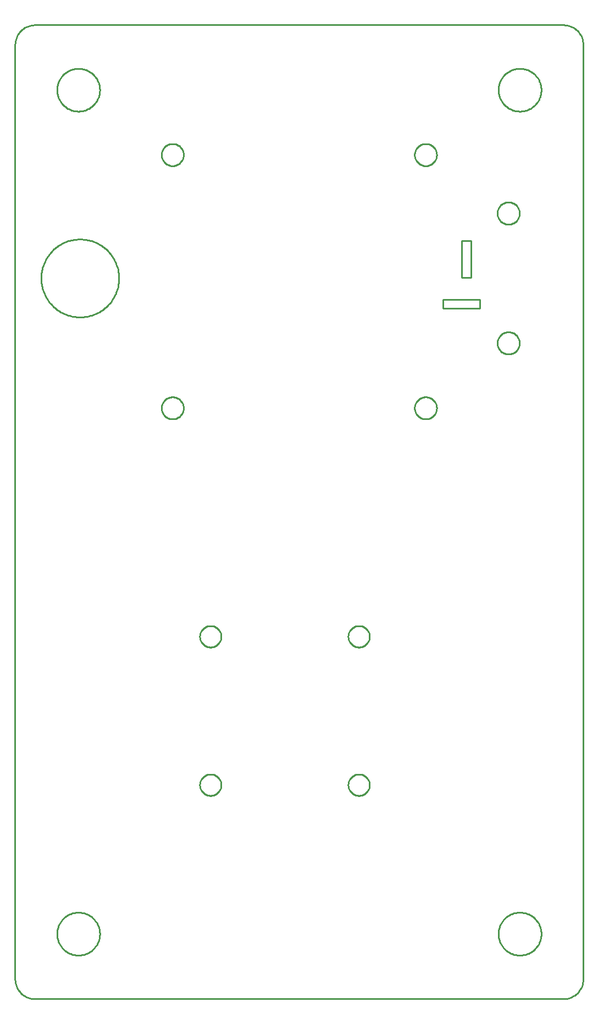
<source format=gbr>
G04 EAGLE Gerber RS-274X export*
G75*
%MOMM*%
%FSLAX34Y34*%
%LPD*%
%IN*%
%IPPOS*%
%AMOC8*
5,1,8,0,0,1.08239X$1,22.5*%
G01*
%ADD10C,0.254000*%


D10*
X0Y30000D02*
X114Y27385D01*
X456Y24791D01*
X1022Y22235D01*
X1809Y19739D01*
X2811Y17321D01*
X4019Y15000D01*
X5425Y12793D01*
X7019Y10716D01*
X8787Y8787D01*
X10716Y7019D01*
X12793Y5425D01*
X15000Y4019D01*
X17321Y2811D01*
X19739Y1809D01*
X22235Y1022D01*
X24791Y456D01*
X27385Y114D01*
X30000Y0D01*
X845000Y0D01*
X847615Y114D01*
X850209Y456D01*
X852765Y1022D01*
X855261Y1809D01*
X857679Y2811D01*
X860000Y4019D01*
X862207Y5425D01*
X864284Y7019D01*
X866213Y8787D01*
X867981Y10716D01*
X869575Y12793D01*
X870981Y15000D01*
X872189Y17321D01*
X873191Y19739D01*
X873978Y22235D01*
X874544Y24791D01*
X874886Y27385D01*
X875000Y30000D01*
X875000Y1470000D01*
X874886Y1472615D01*
X874544Y1475209D01*
X873978Y1477765D01*
X873191Y1480261D01*
X872189Y1482679D01*
X870981Y1485000D01*
X869575Y1487207D01*
X867981Y1489284D01*
X866213Y1491213D01*
X864284Y1492981D01*
X862207Y1494575D01*
X860000Y1495981D01*
X857679Y1497189D01*
X855261Y1498191D01*
X852765Y1498978D01*
X850209Y1499544D01*
X847615Y1499886D01*
X845000Y1500000D01*
X30000Y1500000D01*
X27385Y1499886D01*
X24791Y1499544D01*
X22235Y1498978D01*
X19739Y1498191D01*
X17321Y1497189D01*
X15000Y1495981D01*
X12793Y1494575D01*
X10716Y1492981D01*
X8787Y1491213D01*
X7019Y1489284D01*
X5425Y1487207D01*
X4019Y1485000D01*
X2811Y1482679D01*
X1809Y1480261D01*
X1022Y1477765D01*
X456Y1475209D01*
X114Y1472615D01*
X0Y1470000D01*
X0Y30000D01*
X659324Y1063142D02*
X716220Y1063142D01*
X716220Y1076858D01*
X659324Y1076858D01*
X659324Y1063142D01*
X688280Y1110640D02*
X701996Y1110640D01*
X701996Y1167536D01*
X688280Y1167536D01*
X688280Y1110640D01*
X130500Y1399190D02*
X130421Y1397572D01*
X130262Y1395959D01*
X130024Y1394357D01*
X129708Y1392767D01*
X129314Y1391196D01*
X128844Y1389645D01*
X128298Y1388120D01*
X127678Y1386623D01*
X126985Y1385158D01*
X126222Y1383729D01*
X125389Y1382340D01*
X124488Y1380993D01*
X123523Y1379691D01*
X122495Y1378439D01*
X121407Y1377238D01*
X120262Y1376093D01*
X119061Y1375005D01*
X117809Y1373977D01*
X116507Y1373012D01*
X115160Y1372111D01*
X113771Y1371278D01*
X112342Y1370515D01*
X110877Y1369822D01*
X109380Y1369202D01*
X107855Y1368656D01*
X106304Y1368186D01*
X104733Y1367792D01*
X103143Y1367476D01*
X101541Y1367238D01*
X99928Y1367080D01*
X98310Y1367000D01*
X96690Y1367000D01*
X95072Y1367080D01*
X93459Y1367238D01*
X91857Y1367476D01*
X90267Y1367792D01*
X88696Y1368186D01*
X87145Y1368656D01*
X85620Y1369202D01*
X84123Y1369822D01*
X82658Y1370515D01*
X81229Y1371278D01*
X79840Y1372111D01*
X78493Y1373012D01*
X77191Y1373977D01*
X75939Y1375005D01*
X74738Y1376093D01*
X73593Y1377238D01*
X72505Y1378439D01*
X71477Y1379691D01*
X70512Y1380993D01*
X69611Y1382340D01*
X68778Y1383729D01*
X68015Y1385158D01*
X67322Y1386623D01*
X66702Y1388120D01*
X66156Y1389645D01*
X65686Y1391196D01*
X65292Y1392767D01*
X64976Y1394357D01*
X64738Y1395959D01*
X64580Y1397572D01*
X64500Y1399190D01*
X64500Y1400810D01*
X64580Y1402428D01*
X64738Y1404041D01*
X64976Y1405643D01*
X65292Y1407233D01*
X65686Y1408804D01*
X66156Y1410355D01*
X66702Y1411880D01*
X67322Y1413377D01*
X68015Y1414842D01*
X68778Y1416271D01*
X69611Y1417660D01*
X70512Y1419007D01*
X71477Y1420309D01*
X72505Y1421561D01*
X73593Y1422762D01*
X74738Y1423907D01*
X75939Y1424995D01*
X77191Y1426023D01*
X78493Y1426988D01*
X79840Y1427889D01*
X81229Y1428722D01*
X82658Y1429485D01*
X84123Y1430178D01*
X85620Y1430798D01*
X87145Y1431344D01*
X88696Y1431814D01*
X90267Y1432208D01*
X91857Y1432524D01*
X93459Y1432762D01*
X95072Y1432921D01*
X96690Y1433000D01*
X98310Y1433000D01*
X99928Y1432921D01*
X101541Y1432762D01*
X103143Y1432524D01*
X104733Y1432208D01*
X106304Y1431814D01*
X107855Y1431344D01*
X109380Y1430798D01*
X110877Y1430178D01*
X112342Y1429485D01*
X113771Y1428722D01*
X115160Y1427889D01*
X116507Y1426988D01*
X117809Y1426023D01*
X119061Y1424995D01*
X120262Y1423907D01*
X121407Y1422762D01*
X122495Y1421561D01*
X123523Y1420309D01*
X124488Y1419007D01*
X125389Y1417660D01*
X126222Y1416271D01*
X126985Y1414842D01*
X127678Y1413377D01*
X128298Y1411880D01*
X128844Y1410355D01*
X129314Y1408804D01*
X129708Y1407233D01*
X130024Y1405643D01*
X130262Y1404041D01*
X130421Y1402428D01*
X130500Y1400810D01*
X130500Y1399190D01*
X130500Y99190D02*
X130421Y97572D01*
X130262Y95959D01*
X130024Y94357D01*
X129708Y92767D01*
X129314Y91196D01*
X128844Y89645D01*
X128298Y88120D01*
X127678Y86623D01*
X126985Y85158D01*
X126222Y83729D01*
X125389Y82340D01*
X124488Y80993D01*
X123523Y79691D01*
X122495Y78439D01*
X121407Y77238D01*
X120262Y76093D01*
X119061Y75005D01*
X117809Y73977D01*
X116507Y73012D01*
X115160Y72111D01*
X113771Y71278D01*
X112342Y70515D01*
X110877Y69822D01*
X109380Y69202D01*
X107855Y68656D01*
X106304Y68186D01*
X104733Y67792D01*
X103143Y67476D01*
X101541Y67238D01*
X99928Y67080D01*
X98310Y67000D01*
X96690Y67000D01*
X95072Y67080D01*
X93459Y67238D01*
X91857Y67476D01*
X90267Y67792D01*
X88696Y68186D01*
X87145Y68656D01*
X85620Y69202D01*
X84123Y69822D01*
X82658Y70515D01*
X81229Y71278D01*
X79840Y72111D01*
X78493Y73012D01*
X77191Y73977D01*
X75939Y75005D01*
X74738Y76093D01*
X73593Y77238D01*
X72505Y78439D01*
X71477Y79691D01*
X70512Y80993D01*
X69611Y82340D01*
X68778Y83729D01*
X68015Y85158D01*
X67322Y86623D01*
X66702Y88120D01*
X66156Y89645D01*
X65686Y91196D01*
X65292Y92767D01*
X64976Y94357D01*
X64738Y95959D01*
X64580Y97572D01*
X64500Y99190D01*
X64500Y100810D01*
X64580Y102428D01*
X64738Y104041D01*
X64976Y105643D01*
X65292Y107233D01*
X65686Y108804D01*
X66156Y110355D01*
X66702Y111880D01*
X67322Y113377D01*
X68015Y114842D01*
X68778Y116271D01*
X69611Y117660D01*
X70512Y119007D01*
X71477Y120309D01*
X72505Y121561D01*
X73593Y122762D01*
X74738Y123907D01*
X75939Y124995D01*
X77191Y126023D01*
X78493Y126988D01*
X79840Y127889D01*
X81229Y128722D01*
X82658Y129485D01*
X84123Y130178D01*
X85620Y130798D01*
X87145Y131344D01*
X88696Y131814D01*
X90267Y132208D01*
X91857Y132524D01*
X93459Y132762D01*
X95072Y132921D01*
X96690Y133000D01*
X98310Y133000D01*
X99928Y132921D01*
X101541Y132762D01*
X103143Y132524D01*
X104733Y132208D01*
X106304Y131814D01*
X107855Y131344D01*
X109380Y130798D01*
X110877Y130178D01*
X112342Y129485D01*
X113771Y128722D01*
X115160Y127889D01*
X116507Y126988D01*
X117809Y126023D01*
X119061Y124995D01*
X120262Y123907D01*
X121407Y122762D01*
X122495Y121561D01*
X123523Y120309D01*
X124488Y119007D01*
X125389Y117660D01*
X126222Y116271D01*
X126985Y114842D01*
X127678Y113377D01*
X128298Y111880D01*
X128844Y110355D01*
X129314Y108804D01*
X129708Y107233D01*
X130024Y105643D01*
X130262Y104041D01*
X130421Y102428D01*
X130500Y100810D01*
X130500Y99190D01*
X810500Y99190D02*
X810421Y97572D01*
X810262Y95959D01*
X810024Y94357D01*
X809708Y92767D01*
X809314Y91196D01*
X808844Y89645D01*
X808298Y88120D01*
X807678Y86623D01*
X806985Y85158D01*
X806222Y83729D01*
X805389Y82340D01*
X804488Y80993D01*
X803523Y79691D01*
X802495Y78439D01*
X801407Y77238D01*
X800262Y76093D01*
X799061Y75005D01*
X797809Y73977D01*
X796507Y73012D01*
X795160Y72111D01*
X793771Y71278D01*
X792342Y70515D01*
X790877Y69822D01*
X789380Y69202D01*
X787855Y68656D01*
X786304Y68186D01*
X784733Y67792D01*
X783143Y67476D01*
X781541Y67238D01*
X779928Y67080D01*
X778310Y67000D01*
X776690Y67000D01*
X775072Y67080D01*
X773459Y67238D01*
X771857Y67476D01*
X770267Y67792D01*
X768696Y68186D01*
X767145Y68656D01*
X765620Y69202D01*
X764123Y69822D01*
X762658Y70515D01*
X761229Y71278D01*
X759840Y72111D01*
X758493Y73012D01*
X757191Y73977D01*
X755939Y75005D01*
X754738Y76093D01*
X753593Y77238D01*
X752505Y78439D01*
X751477Y79691D01*
X750512Y80993D01*
X749611Y82340D01*
X748778Y83729D01*
X748015Y85158D01*
X747322Y86623D01*
X746702Y88120D01*
X746156Y89645D01*
X745686Y91196D01*
X745292Y92767D01*
X744976Y94357D01*
X744738Y95959D01*
X744580Y97572D01*
X744500Y99190D01*
X744500Y100810D01*
X744580Y102428D01*
X744738Y104041D01*
X744976Y105643D01*
X745292Y107233D01*
X745686Y108804D01*
X746156Y110355D01*
X746702Y111880D01*
X747322Y113377D01*
X748015Y114842D01*
X748778Y116271D01*
X749611Y117660D01*
X750512Y119007D01*
X751477Y120309D01*
X752505Y121561D01*
X753593Y122762D01*
X754738Y123907D01*
X755939Y124995D01*
X757191Y126023D01*
X758493Y126988D01*
X759840Y127889D01*
X761229Y128722D01*
X762658Y129485D01*
X764123Y130178D01*
X765620Y130798D01*
X767145Y131344D01*
X768696Y131814D01*
X770267Y132208D01*
X771857Y132524D01*
X773459Y132762D01*
X775072Y132921D01*
X776690Y133000D01*
X778310Y133000D01*
X779928Y132921D01*
X781541Y132762D01*
X783143Y132524D01*
X784733Y132208D01*
X786304Y131814D01*
X787855Y131344D01*
X789380Y130798D01*
X790877Y130178D01*
X792342Y129485D01*
X793771Y128722D01*
X795160Y127889D01*
X796507Y126988D01*
X797809Y126023D01*
X799061Y124995D01*
X800262Y123907D01*
X801407Y122762D01*
X802495Y121561D01*
X803523Y120309D01*
X804488Y119007D01*
X805389Y117660D01*
X806222Y116271D01*
X806985Y114842D01*
X807678Y113377D01*
X808298Y111880D01*
X808844Y110355D01*
X809314Y108804D01*
X809708Y107233D01*
X810024Y105643D01*
X810262Y104041D01*
X810421Y102428D01*
X810500Y100810D01*
X810500Y99190D01*
X810500Y1399190D02*
X810421Y1397572D01*
X810262Y1395959D01*
X810024Y1394357D01*
X809708Y1392767D01*
X809314Y1391196D01*
X808844Y1389645D01*
X808298Y1388120D01*
X807678Y1386623D01*
X806985Y1385158D01*
X806222Y1383729D01*
X805389Y1382340D01*
X804488Y1380993D01*
X803523Y1379691D01*
X802495Y1378439D01*
X801407Y1377238D01*
X800262Y1376093D01*
X799061Y1375005D01*
X797809Y1373977D01*
X796507Y1373012D01*
X795160Y1372111D01*
X793771Y1371278D01*
X792342Y1370515D01*
X790877Y1369822D01*
X789380Y1369202D01*
X787855Y1368656D01*
X786304Y1368186D01*
X784733Y1367792D01*
X783143Y1367476D01*
X781541Y1367238D01*
X779928Y1367080D01*
X778310Y1367000D01*
X776690Y1367000D01*
X775072Y1367080D01*
X773459Y1367238D01*
X771857Y1367476D01*
X770267Y1367792D01*
X768696Y1368186D01*
X767145Y1368656D01*
X765620Y1369202D01*
X764123Y1369822D01*
X762658Y1370515D01*
X761229Y1371278D01*
X759840Y1372111D01*
X758493Y1373012D01*
X757191Y1373977D01*
X755939Y1375005D01*
X754738Y1376093D01*
X753593Y1377238D01*
X752505Y1378439D01*
X751477Y1379691D01*
X750512Y1380993D01*
X749611Y1382340D01*
X748778Y1383729D01*
X748015Y1385158D01*
X747322Y1386623D01*
X746702Y1388120D01*
X746156Y1389645D01*
X745686Y1391196D01*
X745292Y1392767D01*
X744976Y1394357D01*
X744738Y1395959D01*
X744580Y1397572D01*
X744500Y1399190D01*
X744500Y1400810D01*
X744580Y1402428D01*
X744738Y1404041D01*
X744976Y1405643D01*
X745292Y1407233D01*
X745686Y1408804D01*
X746156Y1410355D01*
X746702Y1411880D01*
X747322Y1413377D01*
X748015Y1414842D01*
X748778Y1416271D01*
X749611Y1417660D01*
X750512Y1419007D01*
X751477Y1420309D01*
X752505Y1421561D01*
X753593Y1422762D01*
X754738Y1423907D01*
X755939Y1424995D01*
X757191Y1426023D01*
X758493Y1426988D01*
X759840Y1427889D01*
X761229Y1428722D01*
X762658Y1429485D01*
X764123Y1430178D01*
X765620Y1430798D01*
X767145Y1431344D01*
X768696Y1431814D01*
X770267Y1432208D01*
X771857Y1432524D01*
X773459Y1432762D01*
X775072Y1432921D01*
X776690Y1433000D01*
X778310Y1433000D01*
X779928Y1432921D01*
X781541Y1432762D01*
X783143Y1432524D01*
X784733Y1432208D01*
X786304Y1431814D01*
X787855Y1431344D01*
X789380Y1430798D01*
X790877Y1430178D01*
X792342Y1429485D01*
X793771Y1428722D01*
X795160Y1427889D01*
X796507Y1426988D01*
X797809Y1426023D01*
X799061Y1424995D01*
X800262Y1423907D01*
X801407Y1422762D01*
X802495Y1421561D01*
X803523Y1420309D01*
X804488Y1419007D01*
X805389Y1417660D01*
X806222Y1416271D01*
X806985Y1414842D01*
X807678Y1413377D01*
X808298Y1411880D01*
X808844Y1410355D01*
X809314Y1408804D01*
X809708Y1407233D01*
X810024Y1405643D01*
X810262Y1404041D01*
X810421Y1402428D01*
X810500Y1400810D01*
X810500Y1399190D01*
X160000Y1108929D02*
X159924Y1106788D01*
X159771Y1104651D01*
X159542Y1102521D01*
X159237Y1100401D01*
X158857Y1098293D01*
X158401Y1096199D01*
X157871Y1094124D01*
X157268Y1092068D01*
X156591Y1090036D01*
X155843Y1088029D01*
X155023Y1086049D01*
X154133Y1084101D01*
X153174Y1082185D01*
X152147Y1080305D01*
X151054Y1078463D01*
X149896Y1076660D01*
X148674Y1074901D01*
X147391Y1073186D01*
X146046Y1071518D01*
X144644Y1069899D01*
X143184Y1068331D01*
X141669Y1066816D01*
X140101Y1065356D01*
X138482Y1063954D01*
X136814Y1062609D01*
X135099Y1061326D01*
X133340Y1060104D01*
X131537Y1058946D01*
X129695Y1057853D01*
X127815Y1056826D01*
X125899Y1055867D01*
X123951Y1054977D01*
X121971Y1054157D01*
X119964Y1053409D01*
X117932Y1052732D01*
X115876Y1052129D01*
X113801Y1051599D01*
X111707Y1051144D01*
X109599Y1050763D01*
X107479Y1050458D01*
X105349Y1050229D01*
X103212Y1050076D01*
X101071Y1050000D01*
X98929Y1050000D01*
X96788Y1050076D01*
X94651Y1050229D01*
X92521Y1050458D01*
X90401Y1050763D01*
X88293Y1051144D01*
X86199Y1051599D01*
X84124Y1052129D01*
X82068Y1052732D01*
X80036Y1053409D01*
X78029Y1054157D01*
X76049Y1054977D01*
X74101Y1055867D01*
X72185Y1056826D01*
X70305Y1057853D01*
X68463Y1058946D01*
X66660Y1060104D01*
X64901Y1061326D01*
X63186Y1062609D01*
X61518Y1063954D01*
X59899Y1065356D01*
X58331Y1066816D01*
X56816Y1068331D01*
X55356Y1069899D01*
X53954Y1071518D01*
X52609Y1073186D01*
X51326Y1074901D01*
X50104Y1076660D01*
X48946Y1078463D01*
X47853Y1080305D01*
X46826Y1082185D01*
X45867Y1084101D01*
X44977Y1086049D01*
X44157Y1088029D01*
X43409Y1090036D01*
X42732Y1092068D01*
X42129Y1094124D01*
X41599Y1096199D01*
X41144Y1098293D01*
X40763Y1100401D01*
X40458Y1102521D01*
X40229Y1104651D01*
X40076Y1106788D01*
X40000Y1108929D01*
X40000Y1111071D01*
X40076Y1113212D01*
X40229Y1115349D01*
X40458Y1117479D01*
X40763Y1119599D01*
X41144Y1121707D01*
X41599Y1123801D01*
X42129Y1125876D01*
X42732Y1127932D01*
X43409Y1129964D01*
X44157Y1131971D01*
X44977Y1133951D01*
X45867Y1135899D01*
X46826Y1137815D01*
X47853Y1139695D01*
X48946Y1141537D01*
X50104Y1143340D01*
X51326Y1145099D01*
X52609Y1146814D01*
X53954Y1148482D01*
X55356Y1150101D01*
X56816Y1151669D01*
X58331Y1153184D01*
X59899Y1154644D01*
X61518Y1156046D01*
X63186Y1157391D01*
X64901Y1158674D01*
X66660Y1159896D01*
X68463Y1161054D01*
X70305Y1162147D01*
X72185Y1163174D01*
X74101Y1164133D01*
X76049Y1165023D01*
X78029Y1165843D01*
X80036Y1166591D01*
X82068Y1167268D01*
X84124Y1167871D01*
X86199Y1168401D01*
X88293Y1168857D01*
X90401Y1169237D01*
X92521Y1169542D01*
X94651Y1169771D01*
X96788Y1169924D01*
X98929Y1170000D01*
X101071Y1170000D01*
X103212Y1169924D01*
X105349Y1169771D01*
X107479Y1169542D01*
X109599Y1169237D01*
X111707Y1168857D01*
X113801Y1168401D01*
X115876Y1167871D01*
X117932Y1167268D01*
X119964Y1166591D01*
X121971Y1165843D01*
X123951Y1165023D01*
X125899Y1164133D01*
X127815Y1163174D01*
X129695Y1162147D01*
X131537Y1161054D01*
X133340Y1159896D01*
X135099Y1158674D01*
X136814Y1157391D01*
X138482Y1156046D01*
X140101Y1154644D01*
X141669Y1153184D01*
X143184Y1151669D01*
X144644Y1150101D01*
X146046Y1148482D01*
X147391Y1146814D01*
X148674Y1145099D01*
X149896Y1143340D01*
X151054Y1141537D01*
X152147Y1139695D01*
X153174Y1137815D01*
X154133Y1135899D01*
X155023Y1133951D01*
X155843Y1131971D01*
X156591Y1129964D01*
X157268Y1127932D01*
X157871Y1125876D01*
X158401Y1123801D01*
X158857Y1121707D01*
X159237Y1119599D01*
X159542Y1117479D01*
X159771Y1115349D01*
X159924Y1113212D01*
X160000Y1111071D01*
X160000Y1108929D01*
X259500Y1299443D02*
X259427Y1298333D01*
X259282Y1297229D01*
X259065Y1296138D01*
X258777Y1295063D01*
X258419Y1294009D01*
X257993Y1292980D01*
X257501Y1291982D01*
X256944Y1291018D01*
X256326Y1290093D01*
X255648Y1289210D01*
X254914Y1288373D01*
X254127Y1287586D01*
X253290Y1286852D01*
X252407Y1286174D01*
X251482Y1285556D01*
X250518Y1284999D01*
X249520Y1284507D01*
X248491Y1284081D01*
X247437Y1283723D01*
X246362Y1283435D01*
X245271Y1283218D01*
X244167Y1283073D01*
X243057Y1283000D01*
X241943Y1283000D01*
X240833Y1283073D01*
X239729Y1283218D01*
X238638Y1283435D01*
X237563Y1283723D01*
X236509Y1284081D01*
X235480Y1284507D01*
X234482Y1284999D01*
X233518Y1285556D01*
X232593Y1286174D01*
X231710Y1286852D01*
X230873Y1287586D01*
X230086Y1288373D01*
X229352Y1289210D01*
X228674Y1290093D01*
X228056Y1291018D01*
X227499Y1291982D01*
X227007Y1292980D01*
X226581Y1294009D01*
X226223Y1295063D01*
X225935Y1296138D01*
X225718Y1297229D01*
X225573Y1298333D01*
X225500Y1299443D01*
X225500Y1300557D01*
X225573Y1301667D01*
X225718Y1302771D01*
X225935Y1303862D01*
X226223Y1304937D01*
X226581Y1305991D01*
X227007Y1307020D01*
X227499Y1308018D01*
X228056Y1308982D01*
X228674Y1309907D01*
X229352Y1310790D01*
X230086Y1311627D01*
X230873Y1312414D01*
X231710Y1313148D01*
X232593Y1313826D01*
X233518Y1314444D01*
X234482Y1315001D01*
X235480Y1315493D01*
X236509Y1315919D01*
X237563Y1316277D01*
X238638Y1316565D01*
X239729Y1316782D01*
X240833Y1316927D01*
X241943Y1317000D01*
X243057Y1317000D01*
X244167Y1316927D01*
X245271Y1316782D01*
X246362Y1316565D01*
X247437Y1316277D01*
X248491Y1315919D01*
X249520Y1315493D01*
X250518Y1315001D01*
X251482Y1314444D01*
X252407Y1313826D01*
X253290Y1313148D01*
X254127Y1312414D01*
X254914Y1311627D01*
X255648Y1310790D01*
X256326Y1309907D01*
X256944Y1308982D01*
X257501Y1308018D01*
X257993Y1307020D01*
X258419Y1305991D01*
X258777Y1304937D01*
X259065Y1303862D01*
X259282Y1302771D01*
X259427Y1301667D01*
X259500Y1300557D01*
X259500Y1299443D01*
X649500Y1299443D02*
X649427Y1298333D01*
X649282Y1297229D01*
X649065Y1296138D01*
X648777Y1295063D01*
X648419Y1294009D01*
X647993Y1292980D01*
X647501Y1291982D01*
X646944Y1291018D01*
X646326Y1290093D01*
X645648Y1289210D01*
X644914Y1288373D01*
X644127Y1287586D01*
X643290Y1286852D01*
X642407Y1286174D01*
X641482Y1285556D01*
X640518Y1284999D01*
X639520Y1284507D01*
X638491Y1284081D01*
X637437Y1283723D01*
X636362Y1283435D01*
X635271Y1283218D01*
X634167Y1283073D01*
X633057Y1283000D01*
X631943Y1283000D01*
X630833Y1283073D01*
X629729Y1283218D01*
X628638Y1283435D01*
X627563Y1283723D01*
X626509Y1284081D01*
X625480Y1284507D01*
X624482Y1284999D01*
X623518Y1285556D01*
X622593Y1286174D01*
X621710Y1286852D01*
X620873Y1287586D01*
X620086Y1288373D01*
X619352Y1289210D01*
X618674Y1290093D01*
X618056Y1291018D01*
X617499Y1291982D01*
X617007Y1292980D01*
X616581Y1294009D01*
X616223Y1295063D01*
X615935Y1296138D01*
X615718Y1297229D01*
X615573Y1298333D01*
X615500Y1299443D01*
X615500Y1300557D01*
X615573Y1301667D01*
X615718Y1302771D01*
X615935Y1303862D01*
X616223Y1304937D01*
X616581Y1305991D01*
X617007Y1307020D01*
X617499Y1308018D01*
X618056Y1308982D01*
X618674Y1309907D01*
X619352Y1310790D01*
X620086Y1311627D01*
X620873Y1312414D01*
X621710Y1313148D01*
X622593Y1313826D01*
X623518Y1314444D01*
X624482Y1315001D01*
X625480Y1315493D01*
X626509Y1315919D01*
X627563Y1316277D01*
X628638Y1316565D01*
X629729Y1316782D01*
X630833Y1316927D01*
X631943Y1317000D01*
X633057Y1317000D01*
X634167Y1316927D01*
X635271Y1316782D01*
X636362Y1316565D01*
X637437Y1316277D01*
X638491Y1315919D01*
X639520Y1315493D01*
X640518Y1315001D01*
X641482Y1314444D01*
X642407Y1313826D01*
X643290Y1313148D01*
X644127Y1312414D01*
X644914Y1311627D01*
X645648Y1310790D01*
X646326Y1309907D01*
X646944Y1308982D01*
X647501Y1308018D01*
X647993Y1307020D01*
X648419Y1305991D01*
X648777Y1304937D01*
X649065Y1303862D01*
X649282Y1302771D01*
X649427Y1301667D01*
X649500Y1300557D01*
X649500Y1299443D01*
X259500Y909443D02*
X259427Y908333D01*
X259282Y907229D01*
X259065Y906138D01*
X258777Y905063D01*
X258419Y904009D01*
X257993Y902980D01*
X257501Y901982D01*
X256944Y901018D01*
X256326Y900093D01*
X255648Y899210D01*
X254914Y898373D01*
X254127Y897586D01*
X253290Y896852D01*
X252407Y896174D01*
X251482Y895556D01*
X250518Y894999D01*
X249520Y894507D01*
X248491Y894081D01*
X247437Y893723D01*
X246362Y893435D01*
X245271Y893218D01*
X244167Y893073D01*
X243057Y893000D01*
X241943Y893000D01*
X240833Y893073D01*
X239729Y893218D01*
X238638Y893435D01*
X237563Y893723D01*
X236509Y894081D01*
X235480Y894507D01*
X234482Y894999D01*
X233518Y895556D01*
X232593Y896174D01*
X231710Y896852D01*
X230873Y897586D01*
X230086Y898373D01*
X229352Y899210D01*
X228674Y900093D01*
X228056Y901018D01*
X227499Y901982D01*
X227007Y902980D01*
X226581Y904009D01*
X226223Y905063D01*
X225935Y906138D01*
X225718Y907229D01*
X225573Y908333D01*
X225500Y909443D01*
X225500Y910557D01*
X225573Y911667D01*
X225718Y912771D01*
X225935Y913862D01*
X226223Y914937D01*
X226581Y915991D01*
X227007Y917020D01*
X227499Y918018D01*
X228056Y918982D01*
X228674Y919907D01*
X229352Y920790D01*
X230086Y921627D01*
X230873Y922414D01*
X231710Y923148D01*
X232593Y923826D01*
X233518Y924444D01*
X234482Y925001D01*
X235480Y925493D01*
X236509Y925919D01*
X237563Y926277D01*
X238638Y926565D01*
X239729Y926782D01*
X240833Y926927D01*
X241943Y927000D01*
X243057Y927000D01*
X244167Y926927D01*
X245271Y926782D01*
X246362Y926565D01*
X247437Y926277D01*
X248491Y925919D01*
X249520Y925493D01*
X250518Y925001D01*
X251482Y924444D01*
X252407Y923826D01*
X253290Y923148D01*
X254127Y922414D01*
X254914Y921627D01*
X255648Y920790D01*
X256326Y919907D01*
X256944Y918982D01*
X257501Y918018D01*
X257993Y917020D01*
X258419Y915991D01*
X258777Y914937D01*
X259065Y913862D01*
X259282Y912771D01*
X259427Y911667D01*
X259500Y910557D01*
X259500Y909443D01*
X649500Y909443D02*
X649427Y908333D01*
X649282Y907229D01*
X649065Y906138D01*
X648777Y905063D01*
X648419Y904009D01*
X647993Y902980D01*
X647501Y901982D01*
X646944Y901018D01*
X646326Y900093D01*
X645648Y899210D01*
X644914Y898373D01*
X644127Y897586D01*
X643290Y896852D01*
X642407Y896174D01*
X641482Y895556D01*
X640518Y894999D01*
X639520Y894507D01*
X638491Y894081D01*
X637437Y893723D01*
X636362Y893435D01*
X635271Y893218D01*
X634167Y893073D01*
X633057Y893000D01*
X631943Y893000D01*
X630833Y893073D01*
X629729Y893218D01*
X628638Y893435D01*
X627563Y893723D01*
X626509Y894081D01*
X625480Y894507D01*
X624482Y894999D01*
X623518Y895556D01*
X622593Y896174D01*
X621710Y896852D01*
X620873Y897586D01*
X620086Y898373D01*
X619352Y899210D01*
X618674Y900093D01*
X618056Y901018D01*
X617499Y901982D01*
X617007Y902980D01*
X616581Y904009D01*
X616223Y905063D01*
X615935Y906138D01*
X615718Y907229D01*
X615573Y908333D01*
X615500Y909443D01*
X615500Y910557D01*
X615573Y911667D01*
X615718Y912771D01*
X615935Y913862D01*
X616223Y914937D01*
X616581Y915991D01*
X617007Y917020D01*
X617499Y918018D01*
X618056Y918982D01*
X618674Y919907D01*
X619352Y920790D01*
X620086Y921627D01*
X620873Y922414D01*
X621710Y923148D01*
X622593Y923826D01*
X623518Y924444D01*
X624482Y925001D01*
X625480Y925493D01*
X626509Y925919D01*
X627563Y926277D01*
X628638Y926565D01*
X629729Y926782D01*
X630833Y926927D01*
X631943Y927000D01*
X633057Y927000D01*
X634167Y926927D01*
X635271Y926782D01*
X636362Y926565D01*
X637437Y926277D01*
X638491Y925919D01*
X639520Y925493D01*
X640518Y925001D01*
X641482Y924444D01*
X642407Y923826D01*
X643290Y923148D01*
X644127Y922414D01*
X644914Y921627D01*
X645648Y920790D01*
X646326Y919907D01*
X646944Y918982D01*
X647501Y918018D01*
X647993Y917020D01*
X648419Y915991D01*
X648777Y914937D01*
X649065Y913862D01*
X649282Y912771D01*
X649427Y911667D01*
X649500Y910557D01*
X649500Y909443D01*
X777000Y1009443D02*
X776927Y1008333D01*
X776782Y1007229D01*
X776565Y1006138D01*
X776277Y1005063D01*
X775919Y1004009D01*
X775493Y1002980D01*
X775001Y1001982D01*
X774444Y1001018D01*
X773826Y1000093D01*
X773148Y999210D01*
X772414Y998373D01*
X771627Y997586D01*
X770790Y996852D01*
X769907Y996174D01*
X768982Y995556D01*
X768018Y994999D01*
X767020Y994507D01*
X765991Y994081D01*
X764937Y993723D01*
X763862Y993435D01*
X762771Y993218D01*
X761667Y993073D01*
X760557Y993000D01*
X759443Y993000D01*
X758333Y993073D01*
X757229Y993218D01*
X756138Y993435D01*
X755063Y993723D01*
X754009Y994081D01*
X752980Y994507D01*
X751982Y994999D01*
X751018Y995556D01*
X750093Y996174D01*
X749210Y996852D01*
X748373Y997586D01*
X747586Y998373D01*
X746852Y999210D01*
X746174Y1000093D01*
X745556Y1001018D01*
X744999Y1001982D01*
X744507Y1002980D01*
X744081Y1004009D01*
X743723Y1005063D01*
X743435Y1006138D01*
X743218Y1007229D01*
X743073Y1008333D01*
X743000Y1009443D01*
X743000Y1010557D01*
X743073Y1011667D01*
X743218Y1012771D01*
X743435Y1013862D01*
X743723Y1014937D01*
X744081Y1015991D01*
X744507Y1017020D01*
X744999Y1018018D01*
X745556Y1018982D01*
X746174Y1019907D01*
X746852Y1020790D01*
X747586Y1021627D01*
X748373Y1022414D01*
X749210Y1023148D01*
X750093Y1023826D01*
X751018Y1024444D01*
X751982Y1025001D01*
X752980Y1025493D01*
X754009Y1025919D01*
X755063Y1026277D01*
X756138Y1026565D01*
X757229Y1026782D01*
X758333Y1026927D01*
X759443Y1027000D01*
X760557Y1027000D01*
X761667Y1026927D01*
X762771Y1026782D01*
X763862Y1026565D01*
X764937Y1026277D01*
X765991Y1025919D01*
X767020Y1025493D01*
X768018Y1025001D01*
X768982Y1024444D01*
X769907Y1023826D01*
X770790Y1023148D01*
X771627Y1022414D01*
X772414Y1021627D01*
X773148Y1020790D01*
X773826Y1019907D01*
X774444Y1018982D01*
X775001Y1018018D01*
X775493Y1017020D01*
X775919Y1015991D01*
X776277Y1014937D01*
X776565Y1013862D01*
X776782Y1012771D01*
X776927Y1011667D01*
X777000Y1010557D01*
X777000Y1009443D01*
X777000Y1209443D02*
X776927Y1208333D01*
X776782Y1207229D01*
X776565Y1206138D01*
X776277Y1205063D01*
X775919Y1204009D01*
X775493Y1202980D01*
X775001Y1201982D01*
X774444Y1201018D01*
X773826Y1200093D01*
X773148Y1199210D01*
X772414Y1198373D01*
X771627Y1197586D01*
X770790Y1196852D01*
X769907Y1196174D01*
X768982Y1195556D01*
X768018Y1194999D01*
X767020Y1194507D01*
X765991Y1194081D01*
X764937Y1193723D01*
X763862Y1193435D01*
X762771Y1193218D01*
X761667Y1193073D01*
X760557Y1193000D01*
X759443Y1193000D01*
X758333Y1193073D01*
X757229Y1193218D01*
X756138Y1193435D01*
X755063Y1193723D01*
X754009Y1194081D01*
X752980Y1194507D01*
X751982Y1194999D01*
X751018Y1195556D01*
X750093Y1196174D01*
X749210Y1196852D01*
X748373Y1197586D01*
X747586Y1198373D01*
X746852Y1199210D01*
X746174Y1200093D01*
X745556Y1201018D01*
X744999Y1201982D01*
X744507Y1202980D01*
X744081Y1204009D01*
X743723Y1205063D01*
X743435Y1206138D01*
X743218Y1207229D01*
X743073Y1208333D01*
X743000Y1209443D01*
X743000Y1210557D01*
X743073Y1211667D01*
X743218Y1212771D01*
X743435Y1213862D01*
X743723Y1214937D01*
X744081Y1215991D01*
X744507Y1217020D01*
X744999Y1218018D01*
X745556Y1218982D01*
X746174Y1219907D01*
X746852Y1220790D01*
X747586Y1221627D01*
X748373Y1222414D01*
X749210Y1223148D01*
X750093Y1223826D01*
X751018Y1224444D01*
X751982Y1225001D01*
X752980Y1225493D01*
X754009Y1225919D01*
X755063Y1226277D01*
X756138Y1226565D01*
X757229Y1226782D01*
X758333Y1226927D01*
X759443Y1227000D01*
X760557Y1227000D01*
X761667Y1226927D01*
X762771Y1226782D01*
X763862Y1226565D01*
X764937Y1226277D01*
X765991Y1225919D01*
X767020Y1225493D01*
X768018Y1225001D01*
X768982Y1224444D01*
X769907Y1223826D01*
X770790Y1223148D01*
X771627Y1222414D01*
X772414Y1221627D01*
X773148Y1220790D01*
X773826Y1219907D01*
X774444Y1218982D01*
X775001Y1218018D01*
X775493Y1217020D01*
X775919Y1215991D01*
X776277Y1214937D01*
X776565Y1213862D01*
X776782Y1212771D01*
X776927Y1211667D01*
X777000Y1210557D01*
X777000Y1209443D01*
X300460Y541490D02*
X299381Y541561D01*
X298309Y541702D01*
X297249Y541913D01*
X296205Y542192D01*
X295181Y542540D01*
X294183Y542954D01*
X293213Y543432D01*
X292277Y543972D01*
X291378Y544573D01*
X290521Y545231D01*
X289708Y545944D01*
X288944Y546708D01*
X288231Y547521D01*
X287573Y548378D01*
X286972Y549277D01*
X286432Y550213D01*
X285954Y551183D01*
X285540Y552181D01*
X285192Y553205D01*
X284913Y554249D01*
X284702Y555309D01*
X284561Y556381D01*
X284490Y557460D01*
X284490Y558540D01*
X284561Y559619D01*
X284702Y560691D01*
X284913Y561751D01*
X285192Y562795D01*
X285540Y563819D01*
X285954Y564817D01*
X286432Y565787D01*
X286972Y566723D01*
X287573Y567622D01*
X288231Y568479D01*
X288944Y569292D01*
X289708Y570057D01*
X290521Y570769D01*
X291378Y571427D01*
X292277Y572028D01*
X293213Y572568D01*
X294183Y573046D01*
X295181Y573460D01*
X296205Y573808D01*
X297249Y574087D01*
X298309Y574298D01*
X299381Y574439D01*
X300460Y574510D01*
X301540Y574510D01*
X302619Y574439D01*
X303691Y574298D01*
X304751Y574087D01*
X305795Y573808D01*
X306819Y573460D01*
X307817Y573046D01*
X308787Y572568D01*
X309723Y572028D01*
X310622Y571427D01*
X311479Y570769D01*
X312292Y570057D01*
X313057Y569292D01*
X313769Y568479D01*
X314427Y567622D01*
X315028Y566723D01*
X315568Y565787D01*
X316046Y564817D01*
X316460Y563819D01*
X316808Y562795D01*
X317087Y561751D01*
X317298Y560691D01*
X317439Y559619D01*
X317510Y558540D01*
X317510Y557460D01*
X317439Y556381D01*
X317298Y555309D01*
X317087Y554249D01*
X316808Y553205D01*
X316460Y552181D01*
X316046Y551183D01*
X315568Y550213D01*
X315028Y549277D01*
X314427Y548378D01*
X313769Y547521D01*
X313057Y546708D01*
X312292Y545944D01*
X311479Y545231D01*
X310622Y544573D01*
X309723Y543972D01*
X308787Y543432D01*
X307817Y542954D01*
X306819Y542540D01*
X305795Y542192D01*
X304751Y541913D01*
X303691Y541702D01*
X302619Y541561D01*
X301540Y541490D01*
X300460Y541490D01*
X300460Y312890D02*
X299381Y312961D01*
X298309Y313102D01*
X297249Y313313D01*
X296205Y313592D01*
X295181Y313940D01*
X294183Y314354D01*
X293213Y314832D01*
X292277Y315372D01*
X291378Y315973D01*
X290521Y316631D01*
X289708Y317344D01*
X288944Y318108D01*
X288231Y318921D01*
X287573Y319778D01*
X286972Y320677D01*
X286432Y321613D01*
X285954Y322583D01*
X285540Y323581D01*
X285192Y324605D01*
X284913Y325649D01*
X284702Y326709D01*
X284561Y327781D01*
X284490Y328860D01*
X284490Y329940D01*
X284561Y331019D01*
X284702Y332091D01*
X284913Y333151D01*
X285192Y334195D01*
X285540Y335219D01*
X285954Y336217D01*
X286432Y337187D01*
X286972Y338123D01*
X287573Y339022D01*
X288231Y339879D01*
X288944Y340692D01*
X289708Y341457D01*
X290521Y342169D01*
X291378Y342827D01*
X292277Y343428D01*
X293213Y343968D01*
X294183Y344446D01*
X295181Y344860D01*
X296205Y345208D01*
X297249Y345487D01*
X298309Y345698D01*
X299381Y345839D01*
X300460Y345910D01*
X301540Y345910D01*
X302619Y345839D01*
X303691Y345698D01*
X304751Y345487D01*
X305795Y345208D01*
X306819Y344860D01*
X307817Y344446D01*
X308787Y343968D01*
X309723Y343428D01*
X310622Y342827D01*
X311479Y342169D01*
X312292Y341457D01*
X313057Y340692D01*
X313769Y339879D01*
X314427Y339022D01*
X315028Y338123D01*
X315568Y337187D01*
X316046Y336217D01*
X316460Y335219D01*
X316808Y334195D01*
X317087Y333151D01*
X317298Y332091D01*
X317439Y331019D01*
X317510Y329940D01*
X317510Y328860D01*
X317439Y327781D01*
X317298Y326709D01*
X317087Y325649D01*
X316808Y324605D01*
X316460Y323581D01*
X316046Y322583D01*
X315568Y321613D01*
X315028Y320677D01*
X314427Y319778D01*
X313769Y318921D01*
X313057Y318108D01*
X312292Y317344D01*
X311479Y316631D01*
X310622Y315973D01*
X309723Y315372D01*
X308787Y314832D01*
X307817Y314354D01*
X306819Y313940D01*
X305795Y313592D01*
X304751Y313313D01*
X303691Y313102D01*
X302619Y312961D01*
X301540Y312890D01*
X300460Y312890D01*
X529060Y541490D02*
X527981Y541561D01*
X526909Y541702D01*
X525849Y541913D01*
X524805Y542192D01*
X523781Y542540D01*
X522783Y542954D01*
X521813Y543432D01*
X520877Y543972D01*
X519978Y544573D01*
X519121Y545231D01*
X518308Y545944D01*
X517544Y546708D01*
X516831Y547521D01*
X516173Y548378D01*
X515572Y549277D01*
X515032Y550213D01*
X514554Y551183D01*
X514140Y552181D01*
X513792Y553205D01*
X513513Y554249D01*
X513302Y555309D01*
X513161Y556381D01*
X513090Y557460D01*
X513090Y558540D01*
X513161Y559619D01*
X513302Y560691D01*
X513513Y561751D01*
X513792Y562795D01*
X514140Y563819D01*
X514554Y564817D01*
X515032Y565787D01*
X515572Y566723D01*
X516173Y567622D01*
X516831Y568479D01*
X517544Y569292D01*
X518308Y570057D01*
X519121Y570769D01*
X519978Y571427D01*
X520877Y572028D01*
X521813Y572568D01*
X522783Y573046D01*
X523781Y573460D01*
X524805Y573808D01*
X525849Y574087D01*
X526909Y574298D01*
X527981Y574439D01*
X529060Y574510D01*
X530140Y574510D01*
X531219Y574439D01*
X532291Y574298D01*
X533351Y574087D01*
X534395Y573808D01*
X535419Y573460D01*
X536417Y573046D01*
X537387Y572568D01*
X538323Y572028D01*
X539222Y571427D01*
X540079Y570769D01*
X540892Y570057D01*
X541657Y569292D01*
X542369Y568479D01*
X543027Y567622D01*
X543628Y566723D01*
X544168Y565787D01*
X544646Y564817D01*
X545060Y563819D01*
X545408Y562795D01*
X545687Y561751D01*
X545898Y560691D01*
X546039Y559619D01*
X546110Y558540D01*
X546110Y557460D01*
X546039Y556381D01*
X545898Y555309D01*
X545687Y554249D01*
X545408Y553205D01*
X545060Y552181D01*
X544646Y551183D01*
X544168Y550213D01*
X543628Y549277D01*
X543027Y548378D01*
X542369Y547521D01*
X541657Y546708D01*
X540892Y545944D01*
X540079Y545231D01*
X539222Y544573D01*
X538323Y543972D01*
X537387Y543432D01*
X536417Y542954D01*
X535419Y542540D01*
X534395Y542192D01*
X533351Y541913D01*
X532291Y541702D01*
X531219Y541561D01*
X530140Y541490D01*
X529060Y541490D01*
X529060Y312890D02*
X527981Y312961D01*
X526909Y313102D01*
X525849Y313313D01*
X524805Y313592D01*
X523781Y313940D01*
X522783Y314354D01*
X521813Y314832D01*
X520877Y315372D01*
X519978Y315973D01*
X519121Y316631D01*
X518308Y317344D01*
X517544Y318108D01*
X516831Y318921D01*
X516173Y319778D01*
X515572Y320677D01*
X515032Y321613D01*
X514554Y322583D01*
X514140Y323581D01*
X513792Y324605D01*
X513513Y325649D01*
X513302Y326709D01*
X513161Y327781D01*
X513090Y328860D01*
X513090Y329940D01*
X513161Y331019D01*
X513302Y332091D01*
X513513Y333151D01*
X513792Y334195D01*
X514140Y335219D01*
X514554Y336217D01*
X515032Y337187D01*
X515572Y338123D01*
X516173Y339022D01*
X516831Y339879D01*
X517544Y340692D01*
X518308Y341457D01*
X519121Y342169D01*
X519978Y342827D01*
X520877Y343428D01*
X521813Y343968D01*
X522783Y344446D01*
X523781Y344860D01*
X524805Y345208D01*
X525849Y345487D01*
X526909Y345698D01*
X527981Y345839D01*
X529060Y345910D01*
X530140Y345910D01*
X531219Y345839D01*
X532291Y345698D01*
X533351Y345487D01*
X534395Y345208D01*
X535419Y344860D01*
X536417Y344446D01*
X537387Y343968D01*
X538323Y343428D01*
X539222Y342827D01*
X540079Y342169D01*
X540892Y341457D01*
X541657Y340692D01*
X542369Y339879D01*
X543027Y339022D01*
X543628Y338123D01*
X544168Y337187D01*
X544646Y336217D01*
X545060Y335219D01*
X545408Y334195D01*
X545687Y333151D01*
X545898Y332091D01*
X546039Y331019D01*
X546110Y329940D01*
X546110Y328860D01*
X546039Y327781D01*
X545898Y326709D01*
X545687Y325649D01*
X545408Y324605D01*
X545060Y323581D01*
X544646Y322583D01*
X544168Y321613D01*
X543628Y320677D01*
X543027Y319778D01*
X542369Y318921D01*
X541657Y318108D01*
X540892Y317344D01*
X540079Y316631D01*
X539222Y315973D01*
X538323Y315372D01*
X537387Y314832D01*
X536417Y314354D01*
X535419Y313940D01*
X534395Y313592D01*
X533351Y313313D01*
X532291Y313102D01*
X531219Y312961D01*
X530140Y312890D01*
X529060Y312890D01*
M02*

</source>
